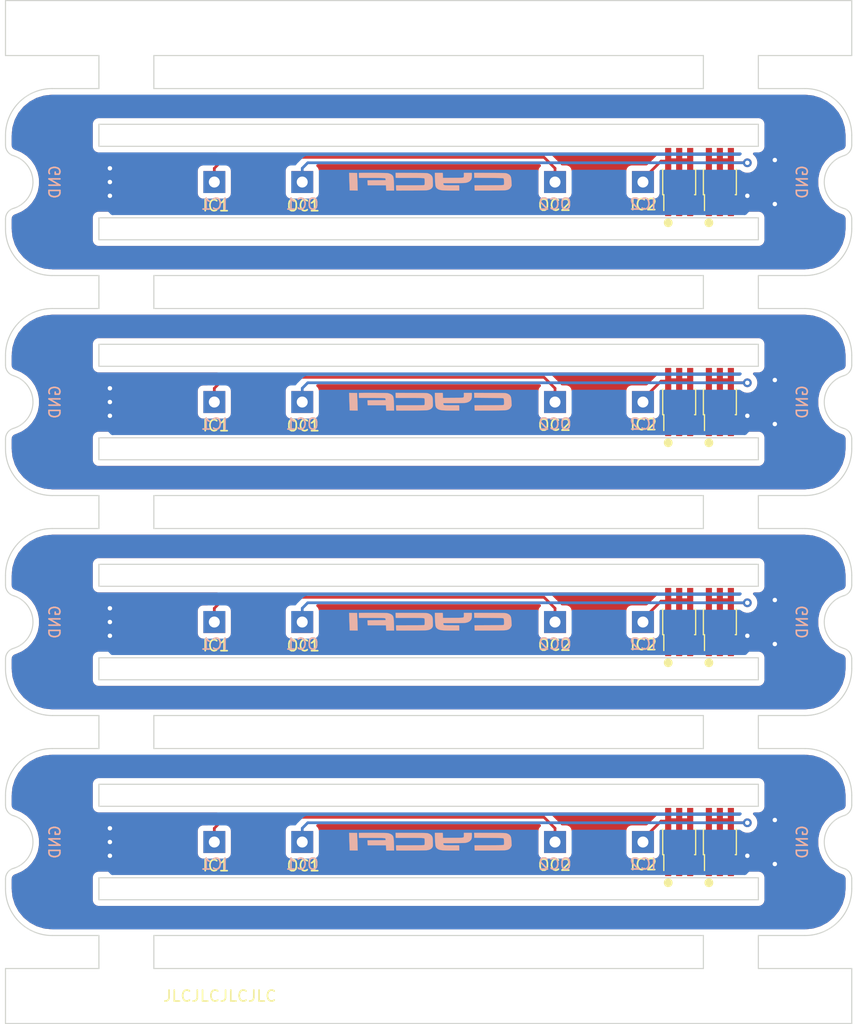
<source format=kicad_pcb>
(kicad_pcb (version 20171130) (host pcbnew "(5.1.10-1-10_14)")
  (layers (0 F.Cu signal) (31 B.Cu signal) (34 B.Paste user) (35 F.Paste user) (36 B.SilkS user) (37 F.SilkS user) (38 B.Mask user) (39 F.Mask user) (44 Edge.Cuts user))
  (net 0 "")
  (net 1 /oc1)
  (net 2 /ic1)
  (net 3 /ic2)
  (net 4 GND)
  (module cycfi_library:mouse-bite-3mm-slot-one-side (layer F.Cu) (at 110 117.5 180)
    (fp_text reference mouse-bite-3mm-slot hide)
    (fp_text value VAL** hide)
    (pad "" np_thru_hole circle (at 2 1.15 180) (size 0.5 0.5) (drill 0.5) (layers *.Cu *.Mask))
    (pad "" np_thru_hole circle (at -2 1.15 180) (size 0.5 0.5) (drill 0.5) (layers *.Cu *.Mask))
    (pad "" np_thru_hole circle (at 0 1.15 180) (size 0.5 0.5) (drill 0.5) (layers *.Cu *.Mask))
    (pad "" np_thru_hole circle (at -1 1.15 180) (size 0.5 0.5) (drill 0.5) (layers *.Cu *.Mask))
    (pad "" np_thru_hole circle (at 1 1.15 180) (size 0.5 0.5) (drill 0.5) (layers *.Cu *.Mask))
  )
  (module cycfi_library:mouse-bite-3mm-slot-one-side (layer F.Cu) (at 55 117.5 180)
    (fp_text reference mouse-bite-3mm-slot hide)
    (fp_text value VAL** hide)
    (pad "" np_thru_hole circle (at 2 1.15 180) (size 0.5 0.5) (drill 0.5) (layers *.Cu *.Mask))
    (pad "" np_thru_hole circle (at -2 1.15 180) (size 0.5 0.5) (drill 0.5) (layers *.Cu *.Mask))
    (pad "" np_thru_hole circle (at 0 1.15 180) (size 0.5 0.5) (drill 0.5) (layers *.Cu *.Mask))
    (pad "" np_thru_hole circle (at -1 1.15 180) (size 0.5 0.5) (drill 0.5) (layers *.Cu *.Mask))
    (pad "" np_thru_hole circle (at 1 1.15 180) (size 0.5 0.5) (drill 0.5) (layers *.Cu *.Mask))
  )
  (module cycfi_library:mouse-bite-3mm-slot-one-side (layer F.Cu) (at 110 37.5)
    (fp_text reference mouse-bite-3mm-slot hide)
    (fp_text value VAL** hide)
    (pad "" np_thru_hole circle (at 2 1.15) (size 0.5 0.5) (drill 0.5) (layers *.Cu *.Mask))
    (pad "" np_thru_hole circle (at -2 1.15) (size 0.5 0.5) (drill 0.5) (layers *.Cu *.Mask))
    (pad "" np_thru_hole circle (at 0 1.15) (size 0.5 0.5) (drill 0.5) (layers *.Cu *.Mask))
    (pad "" np_thru_hole circle (at -1 1.15) (size 0.5 0.5) (drill 0.5) (layers *.Cu *.Mask))
    (pad "" np_thru_hole circle (at 1 1.15) (size 0.5 0.5) (drill 0.5) (layers *.Cu *.Mask))
  )
  (module cycfi_library:mouse-bite-3mm-slot-one-side (layer F.Cu) (at 55 37.5)
    (fp_text reference mouse-bite-3mm-slot hide)
    (fp_text value VAL** hide)
    (pad "" np_thru_hole circle (at 2 1.15) (size 0.5 0.5) (drill 0.5) (layers *.Cu *.Mask))
    (pad "" np_thru_hole circle (at -2 1.15) (size 0.5 0.5) (drill 0.5) (layers *.Cu *.Mask))
    (pad "" np_thru_hole circle (at 0 1.15) (size 0.5 0.5) (drill 0.5) (layers *.Cu *.Mask))
    (pad "" np_thru_hole circle (at -1 1.15) (size 0.5 0.5) (drill 0.5) (layers *.Cu *.Mask))
    (pad "" np_thru_hole circle (at 1 1.15) (size 0.5 0.5) (drill 0.5) (layers *.Cu *.Mask))
  )
  (module cycfi_library:mounting_hole_m2 (layer F.Cu) (at 111 121.5)
    (fp_text reference REF** hide)
    (fp_text value mounting_hole_m2)
    (pad "" np_thru_hole circle (at 0 0) (size 2.1 2.1) (drill 2.1) (layers *.Cu *.Mask))
  )
  (module cycfi_library:mounting_hole_m2 (layer F.Cu) (at 54 121.5)
    (fp_text reference REF** hide)
    (fp_text value mounting_hole_m2)
    (pad "" np_thru_hole circle (at 0 0) (size 2.1 2.1) (drill 2.1) (layers *.Cu *.Mask))
  )
  (module cycfi_library:mounting_hole_m2 (layer F.Cu) (at 111 33.5)
    (fp_text reference REF** hide)
    (fp_text value mounting_hole_m2)
    (pad "" np_thru_hole circle (at 0 0) (size 2.1 2.1) (drill 2.1) (layers *.Cu *.Mask))
  )
  (module cycfi_library:mounting_hole_m2 (layer F.Cu) (at 54 33.5)
    (fp_text reference REF** hide)
    (fp_text value mounting_hole_m2)
    (pad "" np_thru_hole circle (at 0 0) (size 2.1 2.1) (drill 2.1) (layers *.Cu *.Mask))
  )
  (module cycfi_library:mouse-bite-3mm-slot (layer F.Cu) (at 110 97.5)
    (fp_text reference mouse-bite-3mm-slot hide)
    (fp_text value VAL** hide)
    (pad "" np_thru_hole circle (at -2 1.15) (size 0.5 0.5) (drill 0.5) (layers *.Cu *.Mask))
    (pad "" np_thru_hole circle (at -2 -1.15) (size 0.5 0.5) (drill 0.5) (layers *.Cu *.Mask))
    (pad "" np_thru_hole circle (at 2 1.15) (size 0.5 0.5) (drill 0.5) (layers *.Cu *.Mask))
    (pad "" np_thru_hole circle (at 2 -1.15) (size 0.5 0.5) (drill 0.5) (layers *.Cu *.Mask))
    (pad "" np_thru_hole circle (at 0 -1.15) (size 0.5 0.5) (drill 0.5) (layers *.Cu *.Mask))
    (pad "" np_thru_hole circle (at 0 1.15) (size 0.5 0.5) (drill 0.5) (layers *.Cu *.Mask))
    (pad "" np_thru_hole circle (at 1 -1.15) (size 0.5 0.5) (drill 0.5) (layers *.Cu *.Mask))
    (pad "" np_thru_hole circle (at -1 -1.15) (size 0.5 0.5) (drill 0.5) (layers *.Cu *.Mask))
    (pad "" np_thru_hole circle (at -1 1.15) (size 0.5 0.5) (drill 0.5) (layers *.Cu *.Mask))
    (pad "" np_thru_hole circle (at 1 1.15) (size 0.5 0.5) (drill 0.5) (layers *.Cu *.Mask))
  )
  (module cycfi_library:mouse-bite-3mm-slot (layer F.Cu) (at 110 77.5)
    (fp_text reference mouse-bite-3mm-slot hide)
    (fp_text value VAL** hide)
    (pad "" np_thru_hole circle (at -2 1.15) (size 0.5 0.5) (drill 0.5) (layers *.Cu *.Mask))
    (pad "" np_thru_hole circle (at -2 -1.15) (size 0.5 0.5) (drill 0.5) (layers *.Cu *.Mask))
    (pad "" np_thru_hole circle (at 2 1.15) (size 0.5 0.5) (drill 0.5) (layers *.Cu *.Mask))
    (pad "" np_thru_hole circle (at 2 -1.15) (size 0.5 0.5) (drill 0.5) (layers *.Cu *.Mask))
    (pad "" np_thru_hole circle (at 0 -1.15) (size 0.5 0.5) (drill 0.5) (layers *.Cu *.Mask))
    (pad "" np_thru_hole circle (at 0 1.15) (size 0.5 0.5) (drill 0.5) (layers *.Cu *.Mask))
    (pad "" np_thru_hole circle (at 1 -1.15) (size 0.5 0.5) (drill 0.5) (layers *.Cu *.Mask))
    (pad "" np_thru_hole circle (at -1 -1.15) (size 0.5 0.5) (drill 0.5) (layers *.Cu *.Mask))
    (pad "" np_thru_hole circle (at -1 1.15) (size 0.5 0.5) (drill 0.5) (layers *.Cu *.Mask))
    (pad "" np_thru_hole circle (at 1 1.15) (size 0.5 0.5) (drill 0.5) (layers *.Cu *.Mask))
  )
  (module cycfi_library:mouse-bite-3mm-slot (layer F.Cu) (at 110 57.5)
    (fp_text reference mouse-bite-3mm-slot hide)
    (fp_text value VAL** hide)
    (pad "" np_thru_hole circle (at -2 1.15) (size 0.5 0.5) (drill 0.5) (layers *.Cu *.Mask))
    (pad "" np_thru_hole circle (at -2 -1.15) (size 0.5 0.5) (drill 0.5) (layers *.Cu *.Mask))
    (pad "" np_thru_hole circle (at 2 1.15) (size 0.5 0.5) (drill 0.5) (layers *.Cu *.Mask))
    (pad "" np_thru_hole circle (at 2 -1.15) (size 0.5 0.5) (drill 0.5) (layers *.Cu *.Mask))
    (pad "" np_thru_hole circle (at 0 -1.15) (size 0.5 0.5) (drill 0.5) (layers *.Cu *.Mask))
    (pad "" np_thru_hole circle (at 0 1.15) (size 0.5 0.5) (drill 0.5) (layers *.Cu *.Mask))
    (pad "" np_thru_hole circle (at 1 -1.15) (size 0.5 0.5) (drill 0.5) (layers *.Cu *.Mask))
    (pad "" np_thru_hole circle (at -1 -1.15) (size 0.5 0.5) (drill 0.5) (layers *.Cu *.Mask))
    (pad "" np_thru_hole circle (at -1 1.15) (size 0.5 0.5) (drill 0.5) (layers *.Cu *.Mask))
    (pad "" np_thru_hole circle (at 1 1.15) (size 0.5 0.5) (drill 0.5) (layers *.Cu *.Mask))
  )
  (module cycfi_library:mouse-bite-3mm-slot (layer F.Cu) (at 55 97.5)
    (fp_text reference mouse-bite-3mm-slot hide)
    (fp_text value VAL** hide)
    (pad "" np_thru_hole circle (at -2 1.15) (size 0.5 0.5) (drill 0.5) (layers *.Cu *.Mask))
    (pad "" np_thru_hole circle (at -2 -1.15) (size 0.5 0.5) (drill 0.5) (layers *.Cu *.Mask))
    (pad "" np_thru_hole circle (at 2 1.15) (size 0.5 0.5) (drill 0.5) (layers *.Cu *.Mask))
    (pad "" np_thru_hole circle (at 2 -1.15) (size 0.5 0.5) (drill 0.5) (layers *.Cu *.Mask))
    (pad "" np_thru_hole circle (at 0 -1.15) (size 0.5 0.5) (drill 0.5) (layers *.Cu *.Mask))
    (pad "" np_thru_hole circle (at 0 1.15) (size 0.5 0.5) (drill 0.5) (layers *.Cu *.Mask))
    (pad "" np_thru_hole circle (at 1 -1.15) (size 0.5 0.5) (drill 0.5) (layers *.Cu *.Mask))
    (pad "" np_thru_hole circle (at -1 -1.15) (size 0.5 0.5) (drill 0.5) (layers *.Cu *.Mask))
    (pad "" np_thru_hole circle (at -1 1.15) (size 0.5 0.5) (drill 0.5) (layers *.Cu *.Mask))
    (pad "" np_thru_hole circle (at 1 1.15) (size 0.5 0.5) (drill 0.5) (layers *.Cu *.Mask))
  )
  (module cycfi_library:mouse-bite-3mm-slot (layer F.Cu) (at 55 77.5)
    (fp_text reference mouse-bite-3mm-slot hide)
    (fp_text value VAL** hide)
    (pad "" np_thru_hole circle (at -2 1.15) (size 0.5 0.5) (drill 0.5) (layers *.Cu *.Mask))
    (pad "" np_thru_hole circle (at -2 -1.15) (size 0.5 0.5) (drill 0.5) (layers *.Cu *.Mask))
    (pad "" np_thru_hole circle (at 2 1.15) (size 0.5 0.5) (drill 0.5) (layers *.Cu *.Mask))
    (pad "" np_thru_hole circle (at 2 -1.15) (size 0.5 0.5) (drill 0.5) (layers *.Cu *.Mask))
    (pad "" np_thru_hole circle (at 0 -1.15) (size 0.5 0.5) (drill 0.5) (layers *.Cu *.Mask))
    (pad "" np_thru_hole circle (at 0 1.15) (size 0.5 0.5) (drill 0.5) (layers *.Cu *.Mask))
    (pad "" np_thru_hole circle (at 1 -1.15) (size 0.5 0.5) (drill 0.5) (layers *.Cu *.Mask))
    (pad "" np_thru_hole circle (at -1 -1.15) (size 0.5 0.5) (drill 0.5) (layers *.Cu *.Mask))
    (pad "" np_thru_hole circle (at -1 1.15) (size 0.5 0.5) (drill 0.5) (layers *.Cu *.Mask))
    (pad "" np_thru_hole circle (at 1 1.15) (size 0.5 0.5) (drill 0.5) (layers *.Cu *.Mask))
  )
  (module cycfi_library:mouse-bite-3mm-slot (layer F.Cu) (at 55 57.5)
    (fp_text reference mouse-bite-3mm-slot hide)
    (fp_text value VAL** hide)
    (pad "" np_thru_hole circle (at -2 1.15) (size 0.5 0.5) (drill 0.5) (layers *.Cu *.Mask))
    (pad "" np_thru_hole circle (at -2 -1.15) (size 0.5 0.5) (drill 0.5) (layers *.Cu *.Mask))
    (pad "" np_thru_hole circle (at 2 1.15) (size 0.5 0.5) (drill 0.5) (layers *.Cu *.Mask))
    (pad "" np_thru_hole circle (at 2 -1.15) (size 0.5 0.5) (drill 0.5) (layers *.Cu *.Mask))
    (pad "" np_thru_hole circle (at 0 -1.15) (size 0.5 0.5) (drill 0.5) (layers *.Cu *.Mask))
    (pad "" np_thru_hole circle (at 0 1.15) (size 0.5 0.5) (drill 0.5) (layers *.Cu *.Mask))
    (pad "" np_thru_hole circle (at 1 -1.15) (size 0.5 0.5) (drill 0.5) (layers *.Cu *.Mask))
    (pad "" np_thru_hole circle (at -1 -1.15) (size 0.5 0.5) (drill 0.5) (layers *.Cu *.Mask))
    (pad "" np_thru_hole circle (at -1 1.15) (size 0.5 0.5) (drill 0.5) (layers *.Cu *.Mask))
    (pad "" np_thru_hole circle (at 1 1.15) (size 0.5 0.5) (drill 0.5) (layers *.Cu *.Mask))
  )
  (module cycfi_library:pin_header_2x3p_1.00mm_smd_vertical (layer F.Cu) (at 105.3 107.5 90)
    (fp_text reference J2 hide)
    (fp_text value "Conn 2")
    (pad 1 smd rect (at -1.9 -1 90) (size 2.4 0.56) (layers F.Cu F.Paste F.Mask) (net 4 GND))
    (pad 6 smd rect (at 1.9 -1 90) (size 2.4 0.56) (layers F.Cu F.Paste F.Mask) (net 3 /ic2))
    (pad 2 smd rect (at -1.9 0 90) (size 2.4 0.56) (layers F.Cu F.Paste F.Mask) (net 4 GND))
    (pad 5 smd rect (at 1.9 0 90) (size 2.4 0.56) (layers F.Cu F.Paste F.Mask) (net 3 /ic2))
    (pad 3 smd rect (at -1.9 1 90) (size 2.4 0.56) (layers F.Cu F.Paste F.Mask) (net 4 GND))
    (pad 4 smd rect (at 1.9 1 90) (size 2.4 0.56) (layers F.Cu F.Paste F.Mask) (net 3 /ic2))
  )
  (module cycfi_library:pin_header_2x3p_1.00mm_smd_vertical (layer F.Cu) (at 105.3 87.5 90)
    (fp_text reference J2 hide)
    (fp_text value "Conn 2")
    (pad 1 smd rect (at -1.9 -1 90) (size 2.4 0.56) (layers F.Cu F.Paste F.Mask) (net 4 GND))
    (pad 6 smd rect (at 1.9 -1 90) (size 2.4 0.56) (layers F.Cu F.Paste F.Mask) (net 3 /ic2))
    (pad 2 smd rect (at -1.9 0 90) (size 2.4 0.56) (layers F.Cu F.Paste F.Mask) (net 4 GND))
    (pad 5 smd rect (at 1.9 0 90) (size 2.4 0.56) (layers F.Cu F.Paste F.Mask) (net 3 /ic2))
    (pad 3 smd rect (at -1.9 1 90) (size 2.4 0.56) (layers F.Cu F.Paste F.Mask) (net 4 GND))
    (pad 4 smd rect (at 1.9 1 90) (size 2.4 0.56) (layers F.Cu F.Paste F.Mask) (net 3 /ic2))
  )
  (module cycfi_library:pin_header_2x3p_1.00mm_smd_vertical (layer F.Cu) (at 105.3 67.5 90)
    (fp_text reference J2 hide)
    (fp_text value "Conn 2")
    (pad 1 smd rect (at -1.9 -1 90) (size 2.4 0.56) (layers F.Cu F.Paste F.Mask) (net 4 GND))
    (pad 6 smd rect (at 1.9 -1 90) (size 2.4 0.56) (layers F.Cu F.Paste F.Mask) (net 3 /ic2))
    (pad 2 smd rect (at -1.9 0 90) (size 2.4 0.56) (layers F.Cu F.Paste F.Mask) (net 4 GND))
    (pad 5 smd rect (at 1.9 0 90) (size 2.4 0.56) (layers F.Cu F.Paste F.Mask) (net 3 /ic2))
    (pad 3 smd rect (at -1.9 1 90) (size 2.4 0.56) (layers F.Cu F.Paste F.Mask) (net 4 GND))
    (pad 4 smd rect (at 1.9 1 90) (size 2.4 0.56) (layers F.Cu F.Paste F.Mask) (net 3 /ic2))
  )
  (module cycfi_library:pin_header_2x3p_1.00mm_smd_vertical (layer F.Cu) (at 109 107.5 90)
    (fp_text reference J1 hide)
    (fp_text value "Conn 1")
    (pad 1 smd rect (at -1.9 -1 90) (size 2.4 0.56) (layers F.Cu F.Paste F.Mask) (net 4 GND))
    (pad 6 smd rect (at 1.9 -1 90) (size 2.4 0.56) (layers F.Cu F.Paste F.Mask) (net 1 /oc1))
    (pad 2 smd rect (at -1.9 0 90) (size 2.4 0.56) (layers F.Cu F.Paste F.Mask) (net 4 GND))
    (pad 5 smd rect (at 1.9 0 90) (size 2.4 0.56) (layers F.Cu F.Paste F.Mask) (net 1 /oc1))
    (pad 3 smd rect (at -1.9 1 90) (size 2.4 0.56) (layers F.Cu F.Paste F.Mask) (net 4 GND))
    (pad 4 smd rect (at 1.9 1 90) (size 2.4 0.56) (layers F.Cu F.Paste F.Mask) (net 1 /oc1))
  )
  (module cycfi_library:pin_header_2x3p_1.00mm_smd_vertical (layer F.Cu) (at 109 87.5 90)
    (fp_text reference J1 hide)
    (fp_text value "Conn 1")
    (pad 1 smd rect (at -1.9 -1 90) (size 2.4 0.56) (layers F.Cu F.Paste F.Mask) (net 4 GND))
    (pad 6 smd rect (at 1.9 -1 90) (size 2.4 0.56) (layers F.Cu F.Paste F.Mask) (net 1 /oc1))
    (pad 2 smd rect (at -1.9 0 90) (size 2.4 0.56) (layers F.Cu F.Paste F.Mask) (net 4 GND))
    (pad 5 smd rect (at 1.9 0 90) (size 2.4 0.56) (layers F.Cu F.Paste F.Mask) (net 1 /oc1))
    (pad 3 smd rect (at -1.9 1 90) (size 2.4 0.56) (layers F.Cu F.Paste F.Mask) (net 4 GND))
    (pad 4 smd rect (at 1.9 1 90) (size 2.4 0.56) (layers F.Cu F.Paste F.Mask) (net 1 /oc1))
  )
  (module cycfi_library:pin_header_2x3p_1.00mm_smd_vertical (layer F.Cu) (at 109 67.5 90)
    (fp_text reference J1 hide)
    (fp_text value "Conn 1")
    (pad 1 smd rect (at -1.9 -1 90) (size 2.4 0.56) (layers F.Cu F.Paste F.Mask) (net 4 GND))
    (pad 6 smd rect (at 1.9 -1 90) (size 2.4 0.56) (layers F.Cu F.Paste F.Mask) (net 1 /oc1))
    (pad 2 smd rect (at -1.9 0 90) (size 2.4 0.56) (layers F.Cu F.Paste F.Mask) (net 4 GND))
    (pad 5 smd rect (at 1.9 0 90) (size 2.4 0.56) (layers F.Cu F.Paste F.Mask) (net 1 /oc1))
    (pad 3 smd rect (at -1.9 1 90) (size 2.4 0.56) (layers F.Cu F.Paste F.Mask) (net 4 GND))
    (pad 4 smd rect (at 1.9 1 90) (size 2.4 0.56) (layers F.Cu F.Paste F.Mask) (net 1 /oc1))
  )
  (module cycfi_library:single-pad-2x2-th (layer B.Cu) (at 71 107.5)
    (fp_text reference OC1 (at 0.1 2.15) (layer F.SilkS))
    (fp_text value single_pad_smd)
    (pad 1 thru_hole rect (at 0 0) (size 2 2) (drill 1) (layers *.Cu *.Mask) (net 1 /oc1))
  )
  (module cycfi_library:single-pad-2x2-th (layer B.Cu) (at 71 87.5)
    (fp_text reference OC1 (at 0.1 2.15) (layer F.SilkS))
    (fp_text value single_pad_smd)
    (pad 1 thru_hole rect (at 0 0) (size 2 2) (drill 1) (layers *.Cu *.Mask) (net 1 /oc1))
  )
  (module cycfi_library:single-pad-2x2-th (layer B.Cu) (at 71 67.5)
    (fp_text reference OC1 (at 0.1 2.15) (layer F.SilkS))
    (fp_text value single_pad_smd)
    (pad 1 thru_hole rect (at 0 0) (size 2 2) (drill 1) (layers *.Cu *.Mask) (net 1 /oc1))
  )
  (module cycfi_library:single-pad-3x2 (layer B.Cu) (at 114 107.5 180)
    (fp_text reference GND (at -2.5 0 90) (layer B.SilkS) (effects (justify mirror)))
    (fp_text value single_pad_smd)
    (pad 1 smd rect (at 0 0 180) (size 3 2) (layers B.Cu B.Paste B.Mask) (net 4 GND))
  )
  (module cycfi_library:single-pad-3x2 (layer B.Cu) (at 114 87.5 180)
    (fp_text reference GND (at -2.5 0 90) (layer B.SilkS) (effects (justify mirror)))
    (fp_text value single_pad_smd)
    (pad 1 smd rect (at 0 0 180) (size 3 2) (layers B.Cu B.Paste B.Mask) (net 4 GND))
  )
  (module cycfi_library:single-pad-3x2 (layer B.Cu) (at 114 67.5 180)
    (fp_text reference GND (at -2.5 0 90) (layer B.SilkS) (effects (justify mirror)))
    (fp_text value single_pad_smd)
    (pad 1 smd rect (at 0 0 180) (size 3 2) (layers B.Cu B.Paste B.Mask) (net 4 GND))
  )
  (module cycfi_library:single-pad-2x2-th (layer B.Cu) (at 94 107.5)
    (fp_text reference OC2 (at -0.05 2.1) (layer F.SilkS))
    (fp_text value single_pad_smd)
    (pad 1 thru_hole rect (at 0 0) (size 2 2) (drill 1) (layers *.Cu *.Mask) (net 2 /ic1))
  )
  (module cycfi_library:single-pad-2x2-th (layer B.Cu) (at 94 87.5)
    (fp_text reference OC2 (at -0.05 2.1) (layer F.SilkS))
    (fp_text value single_pad_smd)
    (pad 1 thru_hole rect (at 0 0) (size 2 2) (drill 1) (layers *.Cu *.Mask) (net 2 /ic1))
  )
  (module cycfi_library:single-pad-2x2-th (layer B.Cu) (at 94 67.5)
    (fp_text reference OC2 (at -0.05 2.1) (layer F.SilkS))
    (fp_text value single_pad_smd)
    (pad 1 thru_hole rect (at 0 0) (size 2 2) (drill 1) (layers *.Cu *.Mask) (net 2 /ic1))
  )
  (module cycfi_library:cycfi-logo-15mm (layer B.Cu) (at 82.75 107.5 180)
    (fp_text reference G*** hide)
    (fp_text value LOGO hide)
  )
  (module cycfi_library:cycfi-logo-15mm (layer B.Cu) (at 82.75 87.5 180)
    (fp_text reference G*** hide)
    (fp_text value LOGO hide)
  )
  (module cycfi_library:cycfi-logo-15mm (layer B.Cu) (at 82.75 67.5 180)
    (fp_text reference G*** hide)
    (fp_text value LOGO hide)
  )
  (module cycfi_library:single-pad-3x2 (layer B.Cu) (at 51 107.5)
    (fp_text reference GND (at -2.5 0 90) (layer B.SilkS) (effects (justify mirror)))
    (fp_text value single_pad_smd)
    (pad 1 smd rect (at 0 0) (size 3 2) (layers B.Cu B.Paste B.Mask) (net 4 GND))
  )
  (module cycfi_library:single-pad-3x2 (layer B.Cu) (at 51 87.5)
    (fp_text reference GND (at -2.5 0 90) (layer B.SilkS) (effects (justify mirror)))
    (fp_text value single_pad_smd)
    (pad 1 smd rect (at 0 0) (size 3 2) (layers B.Cu B.Paste B.Mask) (net 4 GND))
  )
  (module cycfi_library:single-pad-3x2 (layer B.Cu) (at 51 67.5)
    (fp_text reference GND (at -2.5 0 90) (layer B.SilkS) (effects (justify mirror)))
    (fp_text value single_pad_smd)
    (pad 1 smd rect (at 0 0) (size 3 2) (layers B.Cu B.Paste B.Mask) (net 4 GND))
  )
  (module cycfi_library:single-pad-2x2-th (layer B.Cu) (at 63 107.5)
    (fp_text reference IC1 (at 0.15 2.15) (layer F.SilkS))
    (fp_text value single_pad_smd)
    (pad 1 thru_hole rect (at 0 0) (size 2 2) (drill 1) (layers *.Cu *.Mask) (net 2 /ic1))
  )
  (module cycfi_library:single-pad-2x2-th (layer B.Cu) (at 63 87.5)
    (fp_text reference IC1 (at 0.15 2.15) (layer F.SilkS))
    (fp_text value single_pad_smd)
    (pad 1 thru_hole rect (at 0 0) (size 2 2) (drill 1) (layers *.Cu *.Mask) (net 2 /ic1))
  )
  (module cycfi_library:single-pad-2x2-th (layer B.Cu) (at 63 67.5)
    (fp_text reference IC1 (at 0.15 2.15) (layer F.SilkS))
    (fp_text value single_pad_smd)
    (pad 1 thru_hole rect (at 0 0) (size 2 2) (drill 1) (layers *.Cu *.Mask) (net 2 /ic1))
  )
  (module cycfi_library:single-pad-2x2-th (layer B.Cu) (at 102 107.5)
    (fp_text reference IC2 (at 0.05 2.05) (layer F.SilkS))
    (fp_text value single_pad_smd)
    (pad 1 thru_hole rect (at 0 0) (size 2 2) (drill 1) (layers *.Cu *.Mask) (net 3 /ic2))
  )
  (module cycfi_library:single-pad-2x2-th (layer B.Cu) (at 102 87.5)
    (fp_text reference IC2 (at 0.05 2.05) (layer F.SilkS))
    (fp_text value single_pad_smd)
    (pad 1 thru_hole rect (at 0 0) (size 2 2) (drill 1) (layers *.Cu *.Mask) (net 3 /ic2))
  )
  (module cycfi_library:single-pad-2x2-th (layer B.Cu) (at 102 67.5)
    (fp_text reference IC2 (at 0.05 2.05) (layer F.SilkS))
    (fp_text value single_pad_smd)
    (pad 1 thru_hole rect (at 0 0) (size 2 2) (drill 1) (layers *.Cu *.Mask) (net 3 /ic2))
  )
  (module cycfi_library:single-pad-3x2 (layer B.Cu) (at 114 47.5 180)
    (fp_text reference GND (at -2.5 0 90) (layer B.SilkS) (effects (justify mirror)))
    (fp_text value single_pad_smd)
    (pad 1 smd rect (at 0 0 180) (size 3 2) (layers B.Cu B.Paste B.Mask) (net 4 GND))
  )
  (module cycfi_library:single-pad-3x2 (layer B.Cu) (at 51 47.5)
    (fp_text reference GND (at -2.5 0 90) (layer B.SilkS) (effects (justify mirror)))
    (fp_text value single_pad_smd)
    (pad 1 smd rect (at 0 0) (size 3 2) (layers B.Cu B.Paste B.Mask) (net 4 GND))
  )
  (module cycfi_library:single-pad-2x2-th (layer B.Cu) (at 94 47.5)
    (fp_text reference OC2 (at -0.05 2.1) (layer F.SilkS))
    (fp_text value single_pad_smd)
    (pad 1 thru_hole rect (at 0 0) (size 2 2) (drill 1) (layers *.Cu *.Mask) (net 2 /ic1))
  )
  (module cycfi_library:single-pad-2x2-th (layer B.Cu) (at 71 47.5)
    (fp_text reference OC1 (at 0.1 2.15) (layer F.SilkS))
    (fp_text value single_pad_smd)
    (pad 1 thru_hole rect (at 0 0) (size 2 2) (drill 1) (layers *.Cu *.Mask) (net 1 /oc1))
  )
  (module cycfi_library:single-pad-2x2-th (layer B.Cu) (at 102 47.5)
    (fp_text reference IC2 (at 0.05 2.05) (layer F.SilkS))
    (fp_text value single_pad_smd)
    (pad 1 thru_hole rect (at 0 0) (size 2 2) (drill 1) (layers *.Cu *.Mask) (net 3 /ic2))
  )
  (module cycfi_library:single-pad-2x2-th (layer B.Cu) (at 63 47.5)
    (fp_text reference IC1 (at 0.15 2.15) (layer F.SilkS))
    (fp_text value single_pad_smd)
    (pad 1 thru_hole rect (at 0 0) (size 2 2) (drill 1) (layers *.Cu *.Mask) (net 2 /ic1))
  )
  (module cycfi_library:cycfi-logo-15mm (layer B.Cu) (at 82.75 47.5 180)
    (fp_text reference G*** hide)
    (fp_text value LOGO hide)
  )
  (module cycfi_library:pin_header_2x3p_1.00mm_smd_vertical (layer F.Cu) (at 109 47.5 90)
    (fp_text reference J1 hide)
    (fp_text value "Conn 1")
    (pad 1 smd rect (at -1.9 -1 90) (size 2.4 0.56) (layers F.Cu F.Paste F.Mask) (net 4 GND))
    (pad 6 smd rect (at 1.9 -1 90) (size 2.4 0.56) (layers F.Cu F.Paste F.Mask) (net 1 /oc1))
    (pad 2 smd rect (at -1.9 0 90) (size 2.4 0.56) (layers F.Cu F.Paste F.Mask) (net 4 GND))
    (pad 5 smd rect (at 1.9 0 90) (size 2.4 0.56) (layers F.Cu F.Paste F.Mask) (net 1 /oc1))
    (pad 3 smd rect (at -1.9 1 90) (size 2.4 0.56) (layers F.Cu F.Paste F.Mask) (net 4 GND))
    (pad 4 smd rect (at 1.9 1 90) (size 2.4 0.56) (layers F.Cu F.Paste F.Mask) (net 1 /oc1))
  )
  (module cycfi_library:pin_header_2x3p_1.00mm_smd_vertical (layer F.Cu) (at 105.3 47.5 90)
    (fp_text reference J2 hide)
    (fp_text value "Conn 2")
    (pad 1 smd rect (at -1.9 -1 90) (size 2.4 0.56) (layers F.Cu F.Paste F.Mask) (net 4 GND))
    (pad 6 smd rect (at 1.9 -1 90) (size 2.4 0.56) (layers F.Cu F.Paste F.Mask) (net 3 /ic2))
    (pad 2 smd rect (at -1.9 0 90) (size 2.4 0.56) (layers F.Cu F.Paste F.Mask) (net 4 GND))
    (pad 5 smd rect (at 1.9 0 90) (size 2.4 0.56) (layers F.Cu F.Paste F.Mask) (net 3 /ic2))
    (pad 3 smd rect (at -1.9 1 90) (size 2.4 0.56) (layers F.Cu F.Paste F.Mask) (net 4 GND))
    (pad 4 smd rect (at 1.9 1 90) (size 2.4 0.56) (layers F.Cu F.Paste F.Mask) (net 3 /ic2))
  )
  (gr_line (start 52.5 56) (end 52.5 59) (layer Edge.Cuts) (width 0.1))
  (gr_text JLCJLCJLCJLC (at 63.5 121.5) (layer F.SilkS) (effects (font (size 1 1))))
  (gr_line (start 112.5 56) (end 116.75 56) (layer Edge.Cuts) (width 0.1))
  (gr_line (start 112.5 59) (end 112.5 56) (layer Edge.Cuts) (width 0.1))
  (gr_line (start 116.75 59) (end 112.5 59) (layer Edge.Cuts) (width 0.1))
  (gr_line (start 112.5 76) (end 116.75 76) (layer Edge.Cuts) (width 0.1))
  (gr_line (start 112.5 79) (end 112.5 76) (layer Edge.Cuts) (width 0.1))
  (gr_line (start 116.75 79) (end 112.5 79) (layer Edge.Cuts) (width 0.1))
  (gr_line (start 112.5 96) (end 116.75 96) (layer Edge.Cuts) (width 0.1))
  (gr_line (start 112.5 99) (end 112.5 96) (layer Edge.Cuts) (width 0.1))
  (gr_line (start 116.75 99) (end 112.5 99) (layer Edge.Cuts) (width 0.1))
  (gr_line (start 57.5 116) (end 107.5 116) (layer Edge.Cuts) (width 0.1))
  (gr_line (start 57.5 119) (end 57.5 116) (layer Edge.Cuts) (width 0.1))
  (gr_line (start 107.5 119) (end 57.5 119) (layer Edge.Cuts) (width 0.1))
  (gr_line (start 107.5 116) (end 107.5 119) (layer Edge.Cuts) (width 0.1))
  (gr_line (start 112.5 116) (end 116.75 116) (layer Edge.Cuts) (width 0.1))
  (gr_line (start 112.5 119) (end 112.5 116) (layer Edge.Cuts) (width 0.1))
  (gr_line (start 121 119) (end 112.5 119) (layer Edge.Cuts) (width 0.1))
  (gr_line (start 121 124) (end 121 119) (layer Edge.Cuts) (width 0.1))
  (gr_line (start 44 124) (end 121 124) (layer Edge.Cuts) (width 0.1))
  (gr_line (start 44 119) (end 44 124) (layer Edge.Cuts) (width 0.1))
  (gr_line (start 52.5 119) (end 44 119) (layer Edge.Cuts) (width 0.1))
  (gr_line (start 52.5 116) (end 52.5 119) (layer Edge.Cuts) (width 0.1))
  (gr_line (start 48.25 116) (end 52.5 116) (layer Edge.Cuts) (width 0.1))
  (gr_line (start 52.5 99) (end 48.25 99) (layer Edge.Cuts) (width 0.1))
  (gr_line (start 52.5 96) (end 52.5 99) (layer Edge.Cuts) (width 0.1))
  (gr_line (start 48.25 96) (end 52.5 96) (layer Edge.Cuts) (width 0.1))
  (gr_line (start 52.5 79) (end 48.25 79) (layer Edge.Cuts) (width 0.1))
  (gr_line (start 52.5 76) (end 52.5 79) (layer Edge.Cuts) (width 0.1))
  (gr_line (start 48.25 76) (end 52.5 76) (layer Edge.Cuts) (width 0.1))
  (gr_line (start 52.5 59) (end 48.25 59) (layer Edge.Cuts) (width 0.1))
  (gr_line (start 48.25 56) (end 52.5 56) (layer Edge.Cuts) (width 0.1))
  (gr_line (start 57.5 99) (end 57.5 96) (layer Edge.Cuts) (width 0.1))
  (gr_line (start 57.5 79) (end 57.5 76) (layer Edge.Cuts) (width 0.1))
  (gr_line (start 57.5 59) (end 57.5 56) (layer Edge.Cuts) (width 0.1))
  (gr_line (start 107.5 99) (end 57.5 99) (layer Edge.Cuts) (width 0.1))
  (gr_line (start 107.5 79) (end 57.5 79) (layer Edge.Cuts) (width 0.1))
  (gr_line (start 107.5 59) (end 57.5 59) (layer Edge.Cuts) (width 0.1))
  (gr_line (start 107.5 96) (end 107.5 99) (layer Edge.Cuts) (width 0.1))
  (gr_line (start 107.5 76) (end 107.5 79) (layer Edge.Cuts) (width 0.1))
  (gr_line (start 107.5 56) (end 107.5 59) (layer Edge.Cuts) (width 0.1))
  (gr_line (start 57.5 96) (end 107.5 96) (layer Edge.Cuts) (width 0.1))
  (gr_line (start 57.5 76) (end 107.5 76) (layer Edge.Cuts) (width 0.1))
  (gr_line (start 57.5 56) (end 107.5 56) (layer Edge.Cuts) (width 0.1))
  (gr_line (start 57.5 39) (end 57.5 36) (layer Edge.Cuts) (width 0.1))
  (gr_line (start 107.5 39) (end 57.5 39) (layer Edge.Cuts) (width 0.1))
  (gr_line (start 107.5 36) (end 107.5 39) (layer Edge.Cuts) (width 0.1))
  (gr_line (start 57.5 36) (end 107.5 36) (layer Edge.Cuts) (width 0.1))
  (gr_line (start 112.5 39) (end 116.75 39) (layer Edge.Cuts) (width 0.1))
  (gr_line (start 112.5 36) (end 112.5 39) (layer Edge.Cuts) (width 0.1))
  (gr_line (start 121 36) (end 112.5 36) (layer Edge.Cuts) (width 0.1))
  (gr_line (start 121 31) (end 121 36) (layer Edge.Cuts) (width 0.1))
  (gr_line (start 44 31) (end 121 31) (layer Edge.Cuts) (width 0.1))
  (gr_line (start 44 36) (end 44 31) (layer Edge.Cuts) (width 0.1))
  (gr_line (start 52.5 36) (end 44 36) (layer Edge.Cuts) (width 0.1))
  (gr_line (start 52.5 39) (end 52.5 36) (layer Edge.Cuts) (width 0.1))
  (gr_line (start 48.25 39) (end 52.5 39) (layer Edge.Cuts) (width 0.1))
  (gr_arc (start 45 110.854102) (end 44.714286 109.895787) (angle -73.3984504) (layer Edge.Cuts) (width 0.1))
  (gr_arc (start 45 90.854102) (end 44.714286 89.895787) (angle -73.3984504) (layer Edge.Cuts) (width 0.1))
  (gr_arc (start 45 70.854102) (end 44.714286 69.895787) (angle -73.3984504) (layer Edge.Cuts) (width 0.1))
  (gr_arc (start 48.25 111.75) (end 44 111.75) (angle -90) (layer Edge.Cuts) (width 0.1))
  (gr_arc (start 48.25 91.75) (end 44 91.75) (angle -90) (layer Edge.Cuts) (width 0.1))
  (gr_arc (start 48.25 71.75) (end 44 71.75) (angle -90) (layer Edge.Cuts) (width 0.1))
  (gr_arc (start 116.75 111.75) (end 116.75 116) (angle -90) (layer Edge.Cuts) (width 0.1))
  (gr_arc (start 116.75 91.75) (end 116.75 96) (angle -90) (layer Edge.Cuts) (width 0.1))
  (gr_arc (start 116.75 71.75) (end 116.75 76) (angle -90) (layer Edge.Cuts) (width 0.1))
  (gr_line (start 121 110.854102) (end 121 111.75) (layer Edge.Cuts) (width 0.1))
  (gr_line (start 121 90.854102) (end 121 91.75) (layer Edge.Cuts) (width 0.1))
  (gr_line (start 121 70.854102) (end 121 71.75) (layer Edge.Cuts) (width 0.1))
  (gr_arc (start 120 110.854102) (end 121 110.854102) (angle -73.3984504) (layer Edge.Cuts) (width 0.1))
  (gr_arc (start 120 90.854102) (end 121 90.854102) (angle -73.3984504) (layer Edge.Cuts) (width 0.1))
  (gr_arc (start 120 70.854102) (end 121 70.854102) (angle -73.3984504) (layer Edge.Cuts) (width 0.1))
  (gr_arc (start 121 107.5) (end 120.285714 105.104213) (angle -146.7969008) (layer Edge.Cuts) (width 0.1))
  (gr_arc (start 121 87.5) (end 120.285714 85.104213) (angle -146.7969008) (layer Edge.Cuts) (width 0.1))
  (gr_arc (start 121 67.5) (end 120.285714 65.104213) (angle -146.7969008) (layer Edge.Cuts) (width 0.1))
  (gr_line (start 121 103.25) (end 121 104.145898) (layer Edge.Cuts) (width 0.1))
  (gr_line (start 121 83.25) (end 121 84.145898) (layer Edge.Cuts) (width 0.1))
  (gr_line (start 121 63.25) (end 121 64.145898) (layer Edge.Cuts) (width 0.1))
  (gr_line (start 44 111.75) (end 44 110.854102) (layer Edge.Cuts) (width 0.1))
  (gr_line (start 44 91.75) (end 44 90.854102) (layer Edge.Cuts) (width 0.1))
  (gr_line (start 44 71.75) (end 44 70.854102) (layer Edge.Cuts) (width 0.1))
  (gr_line (start 52.5 112.75) (end 52.5 110.75) (layer Edge.Cuts) (width 0.1))
  (gr_line (start 52.5 92.75) (end 52.5 90.75) (layer Edge.Cuts) (width 0.1))
  (gr_line (start 52.5 72.75) (end 52.5 70.75) (layer Edge.Cuts) (width 0.1))
  (gr_line (start 52.5 110.75) (end 112.5 110.75) (layer Edge.Cuts) (width 0.1))
  (gr_line (start 52.5 90.75) (end 112.5 90.75) (layer Edge.Cuts) (width 0.1))
  (gr_line (start 52.5 70.75) (end 112.5 70.75) (layer Edge.Cuts) (width 0.1))
  (gr_line (start 112.5 110.75) (end 112.5 112.75) (layer Edge.Cuts) (width 0.1))
  (gr_line (start 112.5 90.75) (end 112.5 92.75) (layer Edge.Cuts) (width 0.1))
  (gr_line (start 112.5 70.75) (end 112.5 72.75) (layer Edge.Cuts) (width 0.1))
  (gr_line (start 112.5 112.75) (end 52.5 112.75) (layer Edge.Cuts) (width 0.1))
  (gr_line (start 112.5 92.75) (end 52.5 92.75) (layer Edge.Cuts) (width 0.1))
  (gr_line (start 112.5 72.75) (end 52.5 72.75) (layer Edge.Cuts) (width 0.1))
  (gr_line (start 52.5 104.25) (end 52.5 102.25) (layer Edge.Cuts) (width 0.1))
  (gr_line (start 52.5 84.25) (end 52.5 82.25) (layer Edge.Cuts) (width 0.1))
  (gr_line (start 52.5 64.25) (end 52.5 62.25) (layer Edge.Cuts) (width 0.1))
  (gr_line (start 52.5 102.25) (end 112.5 102.25) (layer Edge.Cuts) (width 0.1))
  (gr_line (start 52.5 82.25) (end 112.5 82.25) (layer Edge.Cuts) (width 0.1))
  (gr_line (start 52.5 62.25) (end 112.5 62.25) (layer Edge.Cuts) (width 0.1))
  (gr_line (start 112.5 102.25) (end 112.5 104.25) (layer Edge.Cuts) (width 0.1))
  (gr_line (start 112.5 82.25) (end 112.5 84.25) (layer Edge.Cuts) (width 0.1))
  (gr_line (start 112.5 62.25) (end 112.5 64.25) (layer Edge.Cuts) (width 0.1))
  (gr_line (start 112.5 104.25) (end 52.5 104.25) (layer Edge.Cuts) (width 0.1))
  (gr_line (start 112.5 84.25) (end 52.5 84.25) (layer Edge.Cuts) (width 0.1))
  (gr_line (start 112.5 64.25) (end 52.5 64.25) (layer Edge.Cuts) (width 0.1))
  (gr_arc (start 120 104.145898) (end 120.285714 105.104213) (angle -73.3984504) (layer Edge.Cuts) (width 0.1))
  (gr_arc (start 120 84.145898) (end 120.285714 85.104213) (angle -73.3984504) (layer Edge.Cuts) (width 0.1))
  (gr_arc (start 120 64.145898) (end 120.285714 65.104213) (angle -73.3984504) (layer Edge.Cuts) (width 0.1))
  (gr_arc (start 116.75 103.25) (end 121 103.25) (angle -90) (layer Edge.Cuts) (width 0.1))
  (gr_arc (start 116.75 83.25) (end 121 83.25) (angle -90) (layer Edge.Cuts) (width 0.1))
  (gr_arc (start 116.75 63.25) (end 121 63.25) (angle -90) (layer Edge.Cuts) (width 0.1))
  (gr_arc (start 48.25 103.25) (end 48.25 99) (angle -90) (layer Edge.Cuts) (width 0.1))
  (gr_arc (start 48.25 83.25) (end 48.25 79) (angle -90) (layer Edge.Cuts) (width 0.1))
  (gr_arc (start 48.25 63.25) (end 48.25 59) (angle -90) (layer Edge.Cuts) (width 0.1))
  (gr_line (start 44 104.145898) (end 44 103.25) (layer Edge.Cuts) (width 0.1))
  (gr_line (start 44 84.145898) (end 44 83.25) (layer Edge.Cuts) (width 0.1))
  (gr_line (start 44 64.145898) (end 44 63.25) (layer Edge.Cuts) (width 0.1))
  (gr_arc (start 45 104.145898) (end 44 104.145898) (angle -73.3984504) (layer Edge.Cuts) (width 0.1))
  (gr_arc (start 45 84.145898) (end 44 84.145898) (angle -73.3984504) (layer Edge.Cuts) (width 0.1))
  (gr_arc (start 45 64.145898) (end 44 64.145898) (angle -73.3984504) (layer Edge.Cuts) (width 0.1))
  (gr_arc (start 44 107.5) (end 44.714286 109.895787) (angle -146.7969008) (layer Edge.Cuts) (width 0.1))
  (gr_arc (start 44 87.5) (end 44.714286 89.895787) (angle -146.7969008) (layer Edge.Cuts) (width 0.1))
  (gr_arc (start 44 67.5) (end 44.714286 69.895787) (angle -146.7969008) (layer Edge.Cuts) (width 0.1))
  (gr_text OC2 (at 94 109.5) (layer B.SilkS) (effects (font (size 1 1)) (justify mirror)))
  (gr_text OC2 (at 94 89.5) (layer B.SilkS) (effects (font (size 1 1)) (justify mirror)))
  (gr_text OC2 (at 94 69.5) (layer B.SilkS) (effects (font (size 1 1)) (justify mirror)))
  (gr_text OC1 (at 71 109.5) (layer B.SilkS) (effects (font (size 1 1)) (justify mirror)))
  (gr_text OC1 (at 71 89.5) (layer B.SilkS) (effects (font (size 1 1)) (justify mirror)))
  (gr_text OC1 (at 71 69.5) (layer B.SilkS) (effects (font (size 1 1)) (justify mirror)))
  (gr_text IC2 (at 102 109.5) (layer B.SilkS) (effects (font (size 1 1)) (justify mirror)))
  (gr_text IC2 (at 102 89.5) (layer B.SilkS) (effects (font (size 1 1)) (justify mirror)))
  (gr_text IC2 (at 102 69.5) (layer B.SilkS) (effects (font (size 1 1)) (justify mirror)))
  (gr_text IC1 (at 63 109.5) (layer B.SilkS) (effects (font (size 1 1)) (justify mirror)))
  (gr_text IC1 (at 63 89.5) (layer B.SilkS) (effects (font (size 1 1)) (justify mirror)))
  (gr_text IC1 (at 63 69.5) (layer B.SilkS) (effects (font (size 1 1)) (justify mirror)))
  (gr_text IC2 (at 102 49.5) (layer B.SilkS) (effects (font (size 1 1)) (justify mirror)))
  (gr_text OC2 (at 94 49.5) (layer B.SilkS) (effects (font (size 1 1)) (justify mirror)))
  (gr_text OC1 (at 71 49.5) (layer B.SilkS) (effects (font (size 1 1)) (justify mirror)))
  (gr_text IC1 (at 63 49.5) (layer B.SilkS) (effects (font (size 1 1)) (justify mirror)))
  (gr_line (start 44 51.75) (end 44 50.854102) (layer Edge.Cuts) (width 0.1))
  (gr_line (start 121 43.25) (end 121 44.145898) (layer Edge.Cuts) (width 0.1))
  (gr_arc (start 121 47.5) (end 120.285714 45.104213) (angle -146.7969008) (layer Edge.Cuts) (width 0.1))
  (gr_arc (start 120 50.854102) (end 121 50.854102) (angle -73.3984504) (layer Edge.Cuts) (width 0.1))
  (gr_line (start 121 50.854102) (end 121 51.75) (layer Edge.Cuts) (width 0.1))
  (gr_arc (start 116.75 51.75) (end 116.75 56) (angle -90) (layer Edge.Cuts) (width 0.1))
  (gr_arc (start 48.25 51.75) (end 44 51.75) (angle -90) (layer Edge.Cuts) (width 0.1))
  (gr_arc (start 45 50.854102) (end 44.714286 49.895787) (angle -73.3984504) (layer Edge.Cuts) (width 0.1))
  (gr_arc (start 44 47.5) (end 44.714286 49.895787) (angle -146.7969008) (layer Edge.Cuts) (width 0.1))
  (gr_arc (start 45 44.145898) (end 44 44.145898) (angle -73.3984504) (layer Edge.Cuts) (width 0.1))
  (gr_line (start 44 44.145898) (end 44 43.25) (layer Edge.Cuts) (width 0.1))
  (gr_arc (start 48.25 43.25) (end 48.25 39) (angle -90) (layer Edge.Cuts) (width 0.1))
  (gr_arc (start 116.75 43.25) (end 121 43.25) (angle -90) (layer Edge.Cuts) (width 0.1))
  (gr_arc (start 120 44.145898) (end 120.285714 45.104213) (angle -73.3984504) (layer Edge.Cuts) (width 0.1))
  (gr_line (start 112.5 44.25) (end 52.5 44.25) (layer Edge.Cuts) (width 0.1))
  (gr_line (start 112.5 42.25) (end 112.5 44.25) (layer Edge.Cuts) (width 0.1))
  (gr_line (start 52.5 42.25) (end 112.5 42.25) (layer Edge.Cuts) (width 0.1))
  (gr_line (start 52.5 44.25) (end 52.5 42.25) (layer Edge.Cuts) (width 0.1))
  (gr_line (start 112.5 52.75) (end 52.5 52.75) (layer Edge.Cuts) (width 0.1))
  (gr_line (start 112.5 50.75) (end 112.5 52.75) (layer Edge.Cuts) (width 0.1))
  (gr_line (start 52.5 50.75) (end 112.5 50.75) (layer Edge.Cuts) (width 0.1))
  (gr_line (start 52.5 52.75) (end 52.5 50.75) (layer Edge.Cuts) (width 0.1))
  (segment (start 71 47.5) (end 71 46.25) (width 0.25) (layer B.Cu) (net 1))
  (via (at 111.5 45.75) (size 0.8) (drill 0.4) (layers F.Cu B.Cu) (net 1))
  (segment (start 71.5 45.75) (end 111.5 45.75) (width 0.25) (layer B.Cu) (net 1))
  (segment (start 71 46.25) (end 71.5 45.75) (width 0.25) (layer B.Cu) (net 1))
  (segment (start 110.15 45.75) (end 110 45.6) (width 0.25) (layer F.Cu) (net 1))
  (segment (start 111.5 45.75) (end 110.15 45.75) (width 0.25) (layer F.Cu) (net 1))
  (segment (start 108 45.6) (end 109 45.6) (width 0.5) (layer F.Cu) (net 1))
  (segment (start 109 45.6) (end 110 45.6) (width 0.5) (layer F.Cu) (net 1))
  (segment (start 108 65.6) (end 109 65.6) (width 0.5) (layer F.Cu) (net 1))
  (segment (start 108 85.6) (end 109 85.6) (width 0.5) (layer F.Cu) (net 1))
  (segment (start 108 105.6) (end 109 105.6) (width 0.5) (layer F.Cu) (net 1))
  (segment (start 71.5 65.75) (end 111.5 65.75) (width 0.25) (layer B.Cu) (net 1))
  (segment (start 71.5 85.75) (end 111.5 85.75) (width 0.25) (layer B.Cu) (net 1))
  (segment (start 71.5 105.75) (end 111.5 105.75) (width 0.25) (layer B.Cu) (net 1))
  (segment (start 110.15 65.75) (end 110 65.6) (width 0.25) (layer F.Cu) (net 1))
  (segment (start 110.15 85.75) (end 110 85.6) (width 0.25) (layer F.Cu) (net 1))
  (segment (start 110.15 105.75) (end 110 105.6) (width 0.25) (layer F.Cu) (net 1))
  (segment (start 71 67.5) (end 71 66.25) (width 0.25) (layer B.Cu) (net 1))
  (segment (start 71 87.5) (end 71 86.25) (width 0.25) (layer B.Cu) (net 1))
  (segment (start 71 107.5) (end 71 106.25) (width 0.25) (layer B.Cu) (net 1))
  (segment (start 109 65.6) (end 110 65.6) (width 0.5) (layer F.Cu) (net 1))
  (segment (start 109 85.6) (end 110 85.6) (width 0.5) (layer F.Cu) (net 1))
  (segment (start 109 105.6) (end 110 105.6) (width 0.5) (layer F.Cu) (net 1))
  (segment (start 111.5 65.75) (end 110.15 65.75) (width 0.25) (layer F.Cu) (net 1))
  (segment (start 111.5 85.75) (end 110.15 85.75) (width 0.25) (layer F.Cu) (net 1))
  (segment (start 111.5 105.75) (end 110.15 105.75) (width 0.25) (layer F.Cu) (net 1))
  (via (at 111.5 65.75) (size 0.8) (drill 0.4) (layers F.Cu B.Cu) (net 1))
  (via (at 111.5 85.75) (size 0.8) (drill 0.4) (layers F.Cu B.Cu) (net 1))
  (via (at 111.5 105.75) (size 0.8) (drill 0.4) (layers F.Cu B.Cu) (net 1))
  (segment (start 71 66.25) (end 71.5 65.75) (width 0.25) (layer B.Cu) (net 1))
  (segment (start 71 86.25) (end 71.5 85.75) (width 0.25) (layer B.Cu) (net 1))
  (segment (start 71 106.25) (end 71.5 105.75) (width 0.25) (layer B.Cu) (net 1))
  (segment (start 63 47.5) (end 63 46.25) (width 0.25) (layer F.Cu) (net 2))
  (segment (start 63 46.25) (end 64 45.25) (width 0.25) (layer F.Cu) (net 2))
  (segment (start 64 45.25) (end 93 45.25) (width 0.25) (layer F.Cu) (net 2))
  (segment (start 94 46.25) (end 94 47.5) (width 0.25) (layer F.Cu) (net 2))
  (segment (start 93 45.25) (end 94 46.25) (width 0.25) (layer F.Cu) (net 2))
  (segment (start 63 67.5) (end 63 66.25) (width 0.25) (layer F.Cu) (net 2))
  (segment (start 63 87.5) (end 63 86.25) (width 0.25) (layer F.Cu) (net 2))
  (segment (start 63 107.5) (end 63 106.25) (width 0.25) (layer F.Cu) (net 2))
  (segment (start 94 66.25) (end 94 67.5) (width 0.25) (layer F.Cu) (net 2))
  (segment (start 94 86.25) (end 94 87.5) (width 0.25) (layer F.Cu) (net 2))
  (segment (start 94 106.25) (end 94 107.5) (width 0.25) (layer F.Cu) (net 2))
  (segment (start 93 65.25) (end 94 66.25) (width 0.25) (layer F.Cu) (net 2))
  (segment (start 93 85.25) (end 94 86.25) (width 0.25) (layer F.Cu) (net 2))
  (segment (start 93 105.25) (end 94 106.25) (width 0.25) (layer F.Cu) (net 2))
  (segment (start 64 65.25) (end 93 65.25) (width 0.25) (layer F.Cu) (net 2))
  (segment (start 64 85.25) (end 93 85.25) (width 0.25) (layer F.Cu) (net 2))
  (segment (start 64 105.25) (end 93 105.25) (width 0.25) (layer F.Cu) (net 2))
  (segment (start 63 66.25) (end 64 65.25) (width 0.25) (layer F.Cu) (net 2))
  (segment (start 63 86.25) (end 64 85.25) (width 0.25) (layer F.Cu) (net 2))
  (segment (start 63 106.25) (end 64 105.25) (width 0.25) (layer F.Cu) (net 2))
  (segment (start 102 47.5) (end 102 47.25) (width 0.25) (layer F.Cu) (net 3))
  (segment (start 103.65 45.6) (end 104.3 45.6) (width 0.25) (layer F.Cu) (net 3))
  (segment (start 102 47.25) (end 103.65 45.6) (width 0.25) (layer F.Cu) (net 3))
  (segment (start 104.3 45.6) (end 105.3 45.6) (width 0.5) (layer F.Cu) (net 3))
  (segment (start 105.3 45.6) (end 106.3 45.6) (width 0.5) (layer F.Cu) (net 3))
  (segment (start 105.3 65.6) (end 106.3 65.6) (width 0.5) (layer F.Cu) (net 3))
  (segment (start 105.3 85.6) (end 106.3 85.6) (width 0.5) (layer F.Cu) (net 3))
  (segment (start 105.3 105.6) (end 106.3 105.6) (width 0.5) (layer F.Cu) (net 3))
  (segment (start 104.3 65.6) (end 105.3 65.6) (width 0.5) (layer F.Cu) (net 3))
  (segment (start 104.3 85.6) (end 105.3 85.6) (width 0.5) (layer F.Cu) (net 3))
  (segment (start 104.3 105.6) (end 105.3 105.6) (width 0.5) (layer F.Cu) (net 3))
  (segment (start 103.65 65.6) (end 104.3 65.6) (width 0.25) (layer F.Cu) (net 3))
  (segment (start 103.65 85.6) (end 104.3 85.6) (width 0.25) (layer F.Cu) (net 3))
  (segment (start 103.65 105.6) (end 104.3 105.6) (width 0.25) (layer F.Cu) (net 3))
  (segment (start 102 67.5) (end 102 67.25) (width 0.25) (layer F.Cu) (net 3))
  (segment (start 102 87.5) (end 102 87.25) (width 0.25) (layer F.Cu) (net 3))
  (segment (start 102 107.5) (end 102 107.25) (width 0.25) (layer F.Cu) (net 3))
  (segment (start 102 67.25) (end 103.65 65.6) (width 0.25) (layer F.Cu) (net 3))
  (segment (start 102 87.25) (end 103.65 85.6) (width 0.25) (layer F.Cu) (net 3))
  (segment (start 102 107.25) (end 103.65 105.6) (width 0.25) (layer F.Cu) (net 3))
  (segment (start 104.3 49.4) (end 105.3 49.4) (width 0.5) (layer F.Cu) (net 4))
  (segment (start 105.3 49.4) (end 106.3 49.4) (width 0.5) (layer F.Cu) (net 4))
  (segment (start 106.3 49.4) (end 108 49.4) (width 0.5) (layer F.Cu) (net 4))
  (segment (start 108 49.4) (end 109 49.4) (width 0.5) (layer F.Cu) (net 4))
  (segment (start 109 49.4) (end 110 49.4) (width 0.5) (layer F.Cu) (net 4))
  (via (at 111.5 48.75) (size 0.8) (drill 0.4) (layers F.Cu B.Cu) (net 4))
  (segment (start 110.85 49.4) (end 111.5 48.75) (width 0.5) (layer F.Cu) (net 4))
  (segment (start 110 49.4) (end 110.85 49.4) (width 0.5) (layer F.Cu) (net 4))
  (segment (start 51 47.5) (end 53.74999 50.24999) (width 0.5) (layer B.Cu) (net 4))
  (segment (start 111.25001 50.24999) (end 114 47.5) (width 0.5) (layer B.Cu) (net 4))
  (segment (start 53.74999 50.24999) (end 111.25001 50.24999) (width 0.5) (layer B.Cu) (net 4))
  (segment (start 112.75 47.5) (end 111.5 48.75) (width 0.5) (layer B.Cu) (net 4))
  (segment (start 114 47.5) (end 112.75 47.5) (width 0.5) (layer B.Cu) (net 4))
  (via (at 53.5 47.5) (size 0.8) (drill 0.4) (layers F.Cu B.Cu) (net 4))
  (segment (start 51 47.5) (end 53.5 47.5) (width 0.5) (layer B.Cu) (net 4))
  (via (at 53.5 46.25) (size 0.8) (drill 0.4) (layers F.Cu B.Cu) (net 4))
  (via (at 53.5 48.75) (size 0.8) (drill 0.4) (layers F.Cu B.Cu) (net 4))
  (via (at 114 45.5) (size 0.8) (drill 0.4) (layers F.Cu B.Cu) (net 4))
  (via (at 114 49.5) (size 0.8) (drill 0.4) (layers F.Cu B.Cu) (net 4))
  (segment (start 104.3 69.4) (end 105.3 69.4) (width 0.5) (layer F.Cu) (net 4))
  (segment (start 104.3 89.4) (end 105.3 89.4) (width 0.5) (layer F.Cu) (net 4))
  (segment (start 104.3 109.4) (end 105.3 109.4) (width 0.5) (layer F.Cu) (net 4))
  (segment (start 110.85 69.4) (end 111.5 68.75) (width 0.5) (layer F.Cu) (net 4))
  (segment (start 110.85 89.4) (end 111.5 88.75) (width 0.5) (layer F.Cu) (net 4))
  (segment (start 110.85 109.4) (end 111.5 108.75) (width 0.5) (layer F.Cu) (net 4))
  (via (at 53.5 67.5) (size 0.8) (drill 0.4) (layers F.Cu B.Cu) (net 4))
  (via (at 53.5 87.5) (size 0.8) (drill 0.4) (layers F.Cu B.Cu) (net 4))
  (via (at 53.5 107.5) (size 0.8) (drill 0.4) (layers F.Cu B.Cu) (net 4))
  (segment (start 51 67.5) (end 53.5 67.5) (width 0.5) (layer B.Cu) (net 4))
  (segment (start 51 87.5) (end 53.5 87.5) (width 0.5) (layer B.Cu) (net 4))
  (segment (start 51 107.5) (end 53.5 107.5) (width 0.5) (layer B.Cu) (net 4))
  (via (at 53.5 66.25) (size 0.8) (drill 0.4) (layers F.Cu B.Cu) (net 4))
  (via (at 53.5 86.25) (size 0.8) (drill 0.4) (layers F.Cu B.Cu) (net 4))
  (via (at 53.5 106.25) (size 0.8) (drill 0.4) (layers F.Cu B.Cu) (net 4))
  (segment (start 114 67.5) (end 112.75 67.5) (width 0.5) (layer B.Cu) (net 4))
  (segment (start 114 87.5) (end 112.75 87.5) (width 0.5) (layer B.Cu) (net 4))
  (segment (start 114 107.5) (end 112.75 107.5) (width 0.5) (layer B.Cu) (net 4))
  (via (at 114 69.5) (size 0.8) (drill 0.4) (layers F.Cu B.Cu) (net 4))
  (via (at 114 89.5) (size 0.8) (drill 0.4) (layers F.Cu B.Cu) (net 4))
  (via (at 114 109.5) (size 0.8) (drill 0.4) (layers F.Cu B.Cu) (net 4))
  (via (at 114 65.5) (size 0.8) (drill 0.4) (layers F.Cu B.Cu) (net 4))
  (via (at 114 85.5) (size 0.8) (drill 0.4) (layers F.Cu B.Cu) (net 4))
  (via (at 114 105.5) (size 0.8) (drill 0.4) (layers F.Cu B.Cu) (net 4))
  (segment (start 51 67.5) (end 53.74999 70.24999) (width 0.5) (layer B.Cu) (net 4))
  (segment (start 51 87.5) (end 53.74999 90.24999) (width 0.5) (layer B.Cu) (net 4))
  (segment (start 51 107.5) (end 53.74999 110.24999) (width 0.5) (layer B.Cu) (net 4))
  (segment (start 111.25001 70.24999) (end 114 67.5) (width 0.5) (layer B.Cu) (net 4))
  (segment (start 111.25001 90.24999) (end 114 87.5) (width 0.5) (layer B.Cu) (net 4))
  (segment (start 111.25001 110.24999) (end 114 107.5) (width 0.5) (layer B.Cu) (net 4))
  (via (at 111.5 68.75) (size 0.8) (drill 0.4) (layers F.Cu B.Cu) (net 4))
  (via (at 111.5 88.75) (size 0.8) (drill 0.4) (layers F.Cu B.Cu) (net 4))
  (via (at 111.5 108.75) (size 0.8) (drill 0.4) (layers F.Cu B.Cu) (net 4))
  (segment (start 108 69.4) (end 109 69.4) (width 0.5) (layer F.Cu) (net 4))
  (segment (start 108 89.4) (end 109 89.4) (width 0.5) (layer F.Cu) (net 4))
  (segment (start 108 109.4) (end 109 109.4) (width 0.5) (layer F.Cu) (net 4))
  (segment (start 105.3 69.4) (end 106.3 69.4) (width 0.5) (layer F.Cu) (net 4))
  (segment (start 105.3 89.4) (end 106.3 89.4) (width 0.5) (layer F.Cu) (net 4))
  (segment (start 105.3 109.4) (end 106.3 109.4) (width 0.5) (layer F.Cu) (net 4))
  (segment (start 53.74999 70.24999) (end 111.25001 70.24999) (width 0.5) (layer B.Cu) (net 4))
  (segment (start 53.74999 90.24999) (end 111.25001 90.24999) (width 0.5) (layer B.Cu) (net 4))
  (segment (start 53.74999 110.24999) (end 111.25001 110.24999) (width 0.5) (layer B.Cu) (net 4))
  (segment (start 112.75 67.5) (end 111.5 68.75) (width 0.5) (layer B.Cu) (net 4))
  (segment (start 112.75 87.5) (end 111.5 88.75) (width 0.5) (layer B.Cu) (net 4))
  (segment (start 112.75 107.5) (end 111.5 108.75) (width 0.5) (layer B.Cu) (net 4))
  (segment (start 109 69.4) (end 110 69.4) (width 0.5) (layer F.Cu) (net 4))
  (segment (start 109 89.4) (end 110 89.4) (width 0.5) (layer F.Cu) (net 4))
  (segment (start 109 109.4) (end 110 109.4) (width 0.5) (layer F.Cu) (net 4))
  (via (at 53.5 68.75) (size 0.8) (drill 0.4) (layers F.Cu B.Cu) (net 4))
  (via (at 53.5 88.75) (size 0.8) (drill 0.4) (layers F.Cu B.Cu) (net 4))
  (via (at 53.5 108.75) (size 0.8) (drill 0.4) (layers F.Cu B.Cu) (net 4))
  (segment (start 106.3 69.4) (end 108 69.4) (width 0.5) (layer F.Cu) (net 4))
  (segment (start 106.3 89.4) (end 108 89.4) (width 0.5) (layer F.Cu) (net 4))
  (segment (start 106.3 109.4) (end 108 109.4) (width 0.5) (layer F.Cu) (net 4))
  (segment (start 110 69.4) (end 110.85 69.4) (width 0.5) (layer F.Cu) (net 4))
  (segment (start 110 89.4) (end 110.85 89.4) (width 0.5) (layer F.Cu) (net 4))
  (segment (start 110 109.4) (end 110.85 109.4) (width 0.5) (layer F.Cu) (net 4))
  (zone (net 4) (net_name GND) (layer F.Cu) (connect_pads yes (clearance 0.508)) (min_thickness 0.254) (fill yes (arc_segments 32) (thermal_gap 0.508) (thermal_bridge_width 0.508))
    (polygon (pts (xy 121.5 56.25) (xy 43.5 56.25) (xy 43.5 38.25) (xy 121.5 38.25)))
  )
  (zone (net 4) (net_name GND) (layer B.Cu) (connect_pads yes (clearance 0.508)) (min_thickness 0.254) (fill yes (arc_segments 32) (thermal_gap 0.508) (thermal_bridge_width 0.508))
    (polygon (pts (xy 121.5 56.25) (xy 43.5 56.25) (xy 43.5 38.25) (xy 121.5 38.25)))
  )
  (zone (net 4) (net_name GND) (layer F.Cu) (connect_pads yes (clearance 0.508)) (min_thickness 0.254) (fill yes (arc_segments 32) (thermal_gap 0.508) (thermal_bridge_width 0.508))
    (polygon (pts (xy 121.5 76.25) (xy 43.5 76.25) (xy 43.5 58.25) (xy 121.5 58.25)))
  )
  (zone (net 4) (net_name GND) (layer F.Cu) (connect_pads yes (clearance 0.508)) (min_thickness 0.254) (fill yes (arc_segments 32) (thermal_gap 0.508) (thermal_bridge_width 0.508))
    (polygon (pts (xy 121.5 96.25) (xy 43.5 96.25) (xy 43.5 78.25) (xy 121.5 78.25)))
  )
  (zone (net 4) (net_name GND) (layer F.Cu) (connect_pads yes (clearance 0.508)) (min_thickness 0.254) (fill yes (arc_segments 32) (thermal_gap 0.508) (thermal_bridge_width 0.508))
    (polygon (pts (xy 121.5 116.25) (xy 43.5 116.25) (xy 43.5 98.25) (xy 121.5 98.25)))
  )
  (zone (net 4) (net_name GND) (layer B.Cu) (connect_pads yes (clearance 0.508)) (min_thickness 0.254) (fill yes (arc_segments 32) (thermal_gap 0.508) (thermal_bridge_width 0.508))
    (polygon (pts (xy 121.5 76.25) (xy 43.5 76.25) (xy 43.5 58.25) (xy 121.5 58.25)))
  )
  (zone (net 4) (net_name GND) (layer B.Cu) (connect_pads yes (clearance 0.508)) (min_thickness 0.254) (fill yes (arc_segments 32) (thermal_gap 0.508) (thermal_bridge_width 0.508))
    (polygon (pts (xy 121.5 96.25) (xy 43.5 96.25) (xy 43.5 78.25) (xy 121.5 78.25)))
  )
  (zone (net 4) (net_name GND) (layer B.Cu) (connect_pads yes (clearance 0.508)) (min_thickness 0.254) (fill yes (arc_segments 32) (thermal_gap 0.508) (thermal_bridge_width 0.508))
    (polygon (pts (xy 121.5 116.25) (xy 43.5 116.25) (xy 43.5 98.25) (xy 121.5 98.25)))
  )
)
</source>
